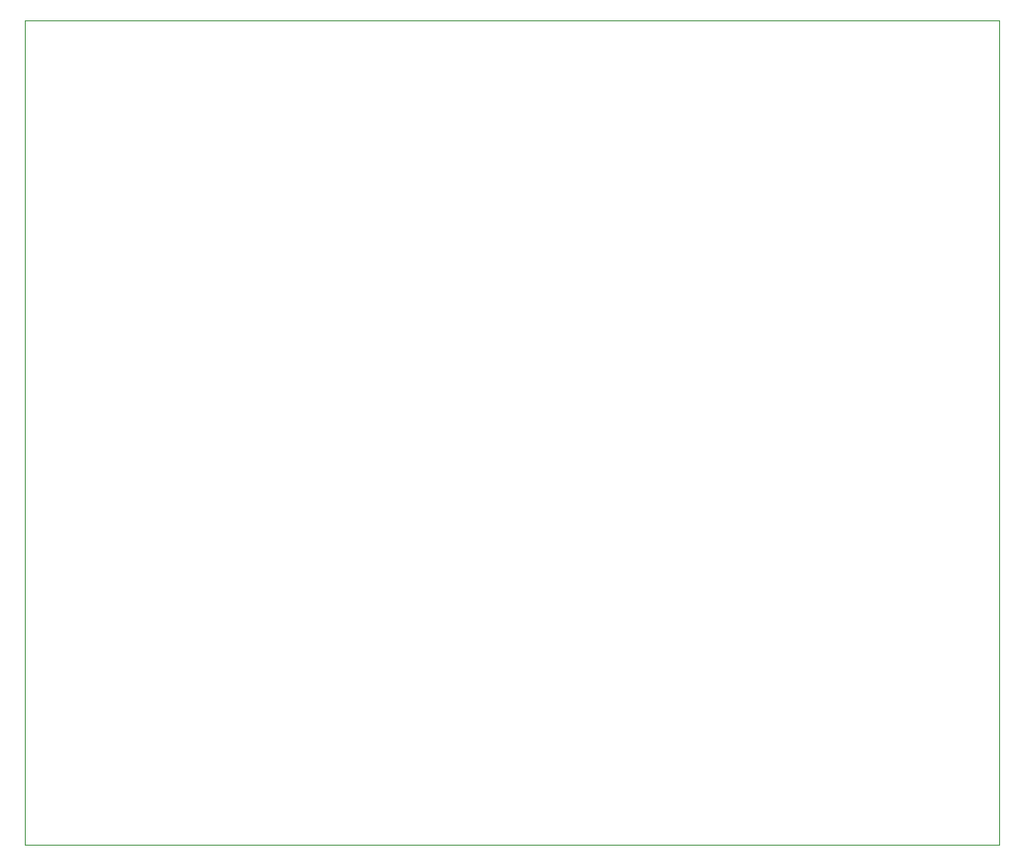
<source format=gbr>
G04 (created by PCBNEW (22-Jun-2014 BZR 4027)-stable) date vie 24 oct 2014 08:07:14 CST*
%MOIN*%
G04 Gerber Fmt 3.4, Leading zero omitted, Abs format*
%FSLAX34Y34*%
G01*
G70*
G90*
G04 APERTURE LIST*
%ADD10C,0.00590551*%
%ADD11C,0.00393701*%
G04 APERTURE END LIST*
G54D10*
G54D11*
X12891Y-41481D02*
X49518Y-41481D01*
X12890Y-10490D02*
X12890Y-41480D01*
X49516Y-10490D02*
X12890Y-10490D01*
X49516Y-41472D02*
X49516Y-10490D01*
X12885Y-11415D02*
X12885Y-10491D01*
M02*

</source>
